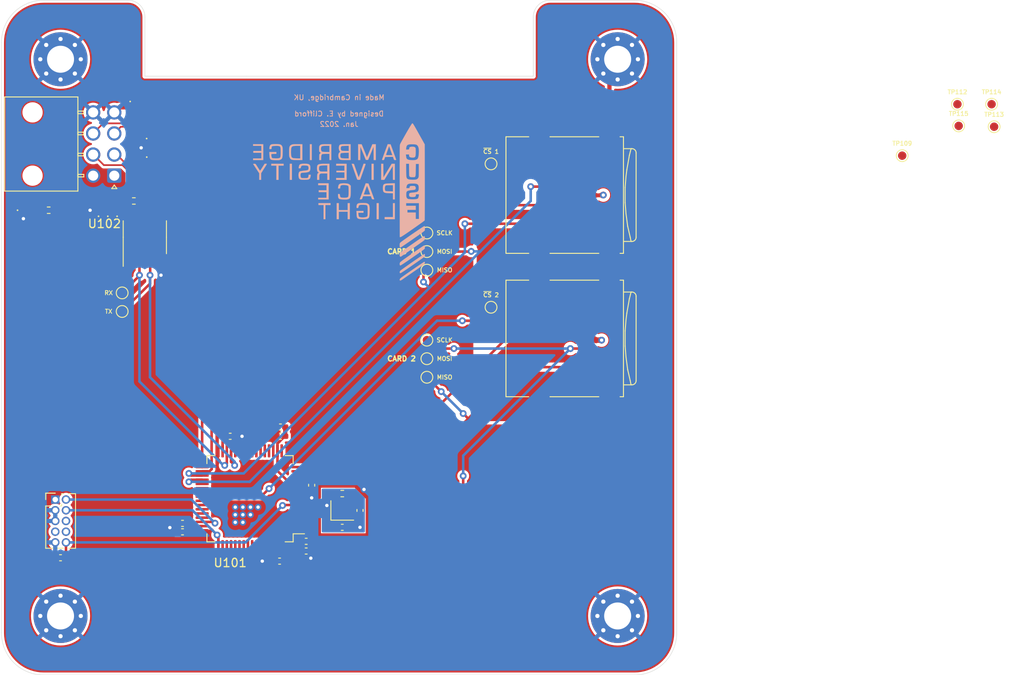
<source format=kicad_pcb>
(kicad_pcb (version 20211014) (generator pcbnew)
  (title_block (title "Lychee Flight Computer") (date "2021-12-31") (rev "1") (company "Cambridge University Spaceflight") (comment 1 "Drawn By H. Franks"))
  (layers (0 "F.Cu" signal) (1 "In1.Cu" power) (2 "In2.Cu" power) (31 "B.Cu" signal) (34 "B.Paste" user) (35 "F.Paste" user) (36 "B.SilkS" user "B.Silkscreen") (37 "F.SilkS" user "F.Silkscreen") (38 "B.Mask" user) (39 "F.Mask" user) (44 "Edge.Cuts" user))
  (net 0 "")
  (net 1 "3v3")
  (net 2 "GND")
  (net 3 "Net-(C108-Pad2)")
  (net 4 "/SD1_~{CS}")
  (net 5 "/NRST")
  (net 6 "Net-(C111-Pad2)")
  (net 7 "Net-(C112-Pad2)")
  (net 8 "/SD2_~{CS}")
  (net 9 "Net-(D101-Pad2)")
  (net 14 "/SPI3_MOSI")
  (net 15 "/SPI3_MISO")
  (net 16 "/SPI3_SCLK")
  (net 17 "/SWDCLK")
  (net 18 "/SWDIO")
  (net 21 "/SPI2_MOSI")
  (net 22 "/SPI2_MISO")
  (net 23 "/SPI2_SCLK")
  (net 25 "/USART3_RX")
  (net 26 "/USART3_TX")
  (net 34 "/BB_RX+")
  (net 35 "/BB_RX-")
  (net 36 "/BB_TX+")
  (net 37 "/BB_TX-")
  (net 47 "Net-(C109-Pad2)")
  (net 52 "Net-(R102-Pad2)")
  (footprint "Strix:C_0402" (layer "F.Cu") (at 175.7 164.2)
    (fp_text reference "C110")
    (fp_text value "100n")
  )
  (footprint "Strix:C_0402" (layer "F.Cu") (at 201.65 164.6)
    (fp_text reference "C104")
    (fp_text value "4µ7")
  )
  (footprint "Strix:D_0402" (layer "F.Cu") (at 181.3 122.45 90)
    (fp_text reference "D105")
    (fp_text value "D_ESD")
  )
  (footprint "Strix:TestPoint" (layer "F.Cu") (at 219.1 127.9)
    (fp_text reference "MOSI")
    (fp_text value "TestPoint")
  )
  (footprint "Strix:D_0402" (layer "F.Cu") (at 184.634994 114.5 180)
    (fp_text reference "D102")
    (fp_text value "D_ESD")
  )
  (footprint "Strix:D_0402" (layer "F.Cu") (at 180.2 122.45 90)
    (fp_text reference "D104")
    (fp_text value "D_ESD")
  )
  (footprint "Strix:TestPoint" (layer "F.Cu") (at 281.95 110.43)
    (fp_text reference "TP112")
    (fp_text value "TestPoint")
  )
  (footprint "Strix:STM32F405RGT6" (layer "F.Cu") (at 198.15 157.2 180)
    (fp_text reference "U101")
    (fp_text value "STM32F405RGT6")
  )
  (footprint "Strix:C_0402" (layer "F.Cu") (at 209.075 160.59125 180)
    (fp_text reference "C111")
    (fp_text value "10p")
  )
  (footprint "Strix:TestPoint" (layer "F.Cu") (at 219.1 142.8)
    (fp_text reference "MISO")
    (fp_text value "TestPoint")
  )
  (footprint "Strix:TestPoint" (layer "F.Cu") (at 286.3 113.1)
    (fp_text reference "TP113")
    (fp_text value "TestPoint")
  )
  (footprint "Strix:MountingHole_Pad" (layer "F.Cu") (at 241.7 171.1 90)
    (fp_text reference "H104" hide)
    (fp_text value "MountingHole_Pad")
  )
  (footprint "Strix:R_0402" (layer "F.Cu") (at 209.075 156.59125 180)
    (fp_text reference "R102")
    (fp_text value "100")
  )
  (footprint "Strix:TestPoint" (layer "F.Cu") (at 219.1 140.6)
    (fp_text reference "MOSI")
    (fp_text value "TestPoint")
  )
  (footprint "Strix:TestPoint" (layer "F.Cu") (at 275.41 116.53)
    (fp_text reference "TP109")
    (fp_text value "TestPoint")
  )
  (footprint "Connector_Card:microSD_HC_Wuerth_693072010801" (layer "F.Cu") (at 236.5775 121.2 -90)
    (fp_text reference "J101")
    (fp_text value "Micro_SD_Card")
  )
  (footprint "Strix:C_0402" (layer "F.Cu") (at 204.8 162.25 180)
    (fp_text reference "C102")
    (fp_text value "100n")
  )
  (footprint "Strix:TestPoint" (layer "F.Cu") (at 219.1 130.1)
    (fp_text reference "MISO")
    (fp_text value "TestPoint")
  )
  (footprint "Strix:C_0402" (layer "F.Cu") (at 195.8 149.8 180)
    (fp_text reference "C108")
    (fp_text value "2µ2")
  )
  (footprint "Strix:Molex_Nano-Fit_105314-1108" (layer "F.Cu") (at 182.065 118.9 180)
    (fp_text reference "J104")
    (fp_text value "F_COMPUTER")
  )
  (footprint "Strix:Header_SWD" (layer "F.Cu") (at 175.075 157.3)
    (fp_text reference "J103")
    (fp_text value "SWD")
  )
  (footprint "Strix:TestPoint" (layer "F.Cu") (at 226.7 117.5)
    (fp_text reference "~{CS} 1")
    (fp_text value "TestPoint")
  )
  (footprint "Strix:R_0402" (layer "F.Cu") (at 174.2975 123)
    (fp_text reference "R101")
    (fp_text value "50")
  )
  (footprint "Strix:MountingHole_Pad" (layer "F.Cu") (at 175.7 171.1 90)
    (fp_text reference "H101" hide)
    (fp_text value "MountingHole_Pad")
  )
  (footprint "Strix:MountingHole_Pad" (layer "F.Cu") (at 175.7 105.1 90)
    (fp_text reference "H102" hide)
    (fp_text value "MountingHole_Pad")
  )
  (footprint "Strix:Xtal_SMD_2016" (layer "F.Cu") (at 209.075 158.59125)
    (fp_text reference "Y101")
    (fp_text value "26M")
  )
  (footprint "Strix:C_0402" (layer "F.Cu") (at 190.15 161.125)
    (fp_text reference "C105")
    (fp_text value "100n")
  )
  (footprint "Strix:TestPoint" (layer "F.Cu") (at 219.1 125.7)
    (fp_text reference "SCLK")
    (fp_text value "TestPoint")
  )
  (footprint "Strix:TestPoint" (layer "F.Cu") (at 226.7 134.5)
    (fp_text reference "~{CS} 2")
    (fp_text value "TestPoint")
  )
  (footprint "Strix:TestPoint" (layer "F.Cu") (at 219.1 138.4)
    (fp_text reference "SCLK")
    (fp_text value "TestPoint")
  )
  (footprint "Strix:D_0402" (layer "F.Cu") (at 183.95 111.3725 -90)
    (fp_text reference "D107")
    (fp_text value "D_ESD")
  )
  (footprint "Strix:C_0402" (layer "F.Cu") (at 211.175 158.59125 90)
    (fp_text reference "C112")
    (fp_text value "10p")
  )
  (footprint "Strix:C_0402" (layer "F.Cu") (at 201.75 148.7 180)
    (fp_text reference "C107")
    (fp_text value "100n")
  )
  (footprint "Strix:D_0402" (layer "F.Cu") (at 182.4 122.45 90)
    (fp_text reference "D106")
    (fp_text value "D_ESD")
  )
  (footprint "Strix:MountingHole_Pad" (layer "F.Cu") (at 241.7 105.1 90)
    (fp_text reference "H103" hide)
    (fp_text value "MountingHole_Pad")
  )
  (footprint "Connector_Card:microSD_HC_Wuerth_693072010801" (layer "F.Cu") (at 236.5775 138.2 -90)
    (fp_text reference "J102")
    (fp_text value "Micro_SD_Card")
  )
  (footprint "Strix:R_0402" (layer "F.Cu") (at 184.384994 121.9)
    (fp_text reference "R103")
    (fp_text value "120")
  )
  (footprint "Strix:D_0402" (layer "F.Cu") (at 184.647471 116.7 180)
    (fp_text reference "D103")
    (fp_text value "D_ESD")
  )
  (footprint "Strix:TestPoint" (layer "F.Cu") (at 183 135)
    (fp_text reference "TX")
    (fp_text value "TestPoint")
  )
  (footprint "Strix:TestPoint" (layer "F.Cu") (at 282.1 113)
    (fp_text reference "TP115")
    (fp_text value "TestPoint")
  )
  (footprint "Strix:MAX14787E" (layer "F.Cu") (at 185.684994 126.2 90)
    (fp_text reference "U102")
    (fp_text value "MAX14787E")
  )
  (footprint "Strix:C_0402" (layer "F.Cu") (at 204.8 163.4 180)
    (fp_text reference "C106")
    (fp_text value "100n")
  )
  (footprint "Strix:TestPoint" (layer "F.Cu") (at 183 132.8)
    (fp_text reference "RX")
    (fp_text value "TestPoint")
  )
  (footprint "Strix:LED_0402" (layer "F.Cu") (at 171.87 123)
    (fp_text reference "D101")
    (fp_text value "RED")
  )
  (footprint "Strix:C_0402" (layer "F.Cu") (at 190.15 160.125)
    (fp_text reference "C109")
    (fp_text value "2µ2")
  )
  (footprint "Strix:C_0402" (layer "F.Cu") (at 201.75 149.8 180)
    (fp_text reference "C101")
    (fp_text value "1µ")
  )
  (footprint "Strix:TestPoint" (layer "F.Cu") (at 286 110.43)
    (fp_text reference "TP114")
    (fp_text value "TestPoint")
  )
  (footprint "Strix:C_0402" (layer "F.Cu") (at 205.45 155.6 90)
    (fp_text reference "C103")
    (fp_text value "100n")
  )
  (footprint "Strix:CUSF_Logo" (layer "B.Cu") (at 208.7 122 180)
    (fp_text reference "G***" hide)
    (fp_text value "LOGO" hide)
  )
  (gr_line (start 185.7 107.1) (end 185.7 100.1) (layer "Edge.Cuts") (width 0.05))
  (gr_line (start 231.7 107.1) (end 231.7 100.1) (layer "Edge.Cuts") (width 0.05))
  (gr_arc (start 243.7 98.1) (mid 247.235534 99.564466) (end 248.7 103.1) (layer "Edge.Cuts") (width 0.05))
  (gr_line (start 243.7 178.1) (end 173.7 178.1) (layer "Edge.Cuts") (width 0.05))
  (gr_arc (start 183.7 98.1) (mid 185.114214 98.685786) (end 185.7 100.1) (layer "Edge.Cuts") (width 0.05))
  (gr_arc (start 173.7 178.1) (mid 170.164466 176.635534) (end 168.7 173.1) (layer "Edge.Cuts") (width 0.05))
  (gr_line (start 231.7 107.1) (end 219.7 107.1) (layer "Edge.Cuts") (width 0.05))
  (gr_line (start 197.7 107.1) (end 185.7 107.1) (layer "Edge.Cuts") (width 0.05))
  (gr_line (start 168.7 173.1) (end 168.7 103.1) (layer "Edge.Cuts") (width 0.05))
  (gr_arc (start 231.7 100.1) (mid 232.285786 98.685786) (end 233.7 98.1) (layer "Edge.Cuts") (width 0.05))
  (gr_arc (start 248.7 173.1) (mid 247.235534 176.635534) (end 243.7 178.1) (layer "Edge.Cuts") (width 0.05))
  (gr_arc (start 168.7 103.1) (mid 170.164466 99.564466) (end 173.7 98.1) (layer "Edge.Cuts") (width 0.05))
  (gr_line (start 248.7 103.1) (end 248.7 173.1) (layer "Edge.Cuts") (width 0.05))
  (gr_line (start 197.7 107.1) (end 219.7 107.1) (layer "Edge.Cuts") (width 0.05))
  (gr_line (start 183.7 98.1) (end 173.7 98.1) (layer "Edge.Cuts") (width 0.05))
  (gr_line (start 233.7 98.1) (end 243.7 98.1) (layer "Edge.Cuts") (width 0.05))
  (gr_text "Made in Cambridge, UK\n\nDesigned by E. Clifford" (at 208.7 110.6) (layer "B.SilkS") (effects (font (size 0.6 0.6) (thickness 0.1)) (justify mirror)))
  (gr_text "Jan. 2022" (at 208.7 112.8) (layer "B.SilkS") (effects (font (size 0.6 0.6) (thickness 0.1)) (justify mirror)))
  (gr_text "CARD 1" (at 216.1 127.9) (layer "F.SilkS") (effects (font (size 0.6 0.6))))
  (gr_text "CARD 2" (at 216.1 140.6) (layer "F.SilkS") (effects (font (size 0.6 0.6))))
  (segment (start 239.7 138.3) (end 239.8 138.4) (width 0.3) (layer "F.Cu") (net 1))
  (segment (start 238.1275 121.3) (end 239.9 121.3) (width 0.3) (layer "F.Cu") (net 1))
  (segment (start 238.1275 138.3) (end 239.7 138.3) (width 0.3) (layer "F.Cu") (net 1))
  (segment (start 201.1825 149.8) (end 201.1825 148.7) (width 0.3) (layer "F.Cu") (net 1))
  (segment (start 201.0825 148.6) (end 201.1825 148.7) (width 0.3) (layer "F.Cu") (net 1))
  (segment (start 204.2325 162.25) (end 203.825 161.8425) (width 0.5) (layer "F.Cu") (net 1))
  (segment (start 201 148.5175) (end 201.1825 148.7) (width 0.3) (layer "F.Cu") (net 1))
  (segment (start 203.825 161.8425) (end 203.825 161.04952) (width 0.5) (layer "F.Cu") (net 1))
  (segment (start 200.9 151.525) (end 200.9 150.0825) (width 0.3) (layer "F.Cu") (net 1))
  (segment (start 200.9 150.0825) (end 201.1825 149.8) (width 0.3) (layer "F.Cu") (net 1))
  (segment (start 203.825 154.95) (end 205.3675 154.95) (width 0.3) (layer "F.Cu") (net 1))
  (segment (start 239.9 121.3) (end 240 121.2) (width 0.3) (layer "F.Cu") (net 1))
  (via (at 199.1 158.2) (size 0.8) (drill 0.4) (layers "F.Cu" "B.Cu") (net 1))
  (via (at 197.3 159.1) (size 0.8) (drill 0.4) (layers "F.Cu" "B.Cu") (net 1))
  (via (at 197.3 160) (size 0.8) (drill 0.4) (layers "F.Cu" "B.Cu") (net 1))
  (via (at 198.2 159.1) (size 0.8) (drill 0.4) (layers "F.Cu" "B.Cu") (net 1))
  (via (at 196.4 160) (size 0.8) (drill 0.4) (layers "F.Cu" "B.Cu") (net 1))
  (via (at 198.2 158.2) (size 0.8) (drill 0.4) (layers "F.Cu" "B.Cu") (net 1))
  (via (at 196.4 158.2) (size 0.8) (drill 0.4) (layers "F.Cu" "B.Cu") (net 1))
  (via (at 240 121.2) (size 0.8) (drill 0.4) (layers "F.Cu" "B.Cu") (net 1))
  (via (at 196.4 159.1) (size 0.8) (drill 0.4) (layers "F.Cu" "B.Cu") (net 1))
  (via (at 197.3 158.2) (size 0.8) (drill 0.4) (layers "F.Cu" "B.Cu") (net 1))
  (via (at 239.8 138.4) (size 0.8) (drill 0.4) (layers "F.Cu" "B.Cu") (net 1))
  (segment (start 202.3175 148.7) (end 202.3175 149.8) (width 0.5) (layer "F.Cu") (net 2))
  (segment (start 179.2225 123.0225) (end 180.2 123.0225) (width 0.5) (layer "F.Cu") (net 2))
  (segment (start 185.207494 115.557494) (end 185.25 115.6) (width 0.5) (layer "F.Cu") (net 2))
  (segment (start 175.075 164.1425) (end 175.1325 164.2) (width 0.3) (layer "F.Cu") (net 2))
  (segment (start 187.589994 128.665) (end 187.589994 130.689994) (width 0.5) (layer "F.Cu") (net 2))
  (segment (start 208.33375 158) (end 208.35 158.01625) (width 0.75) (layer "F.Cu") (net 2))
  (segment (start 189.15 161.125) (end 188.65 160.625) (width 0.5) (layer "F.Cu") (net 2))
  (segment (start 196.3675 149.8) (end 197.2 149.8) (width 0.75) (layer "F.Cu") (net 2))
  (segment (start 199.9 162.875) (end 199.9 163.750361) (width 0.3) (layer "F.Cu") (net 2))
  (segment (start 204.7325 155.45) (end 205.45 156.1675) (width 0.3) (layer "F.Cu") (net 2))
  (segment (start 175.075 162.38) (end 175.075 164.1425) (width 0.3) (layer "F.Cu") (net 2))
  (segment (start 202.263499 149.8) (end 202.3175 149.8) (width 0.3) (layer "F.Cu") (net 2))
  (segment (start 202.949639 155.45) (end 201.4 153.900361) (width 0.3) (layer "F.Cu") (net 2))
  (segment (start 201.4 151.525) (end 201.4 150.649639) (width 0.3) (layer "F.Cu") (net 2))
  (segment (start 240.7275 114.325) (end 240.7275 106.0725) (width 0.5) (layer "F.Cu") (net 2))
  (segment (start 209.8 160.43375) (end 209.6425 160.59125) (width 0.75) (layer "F.Cu") (net 2))
  (segment (start 201.603979 150.45952) (end 202.263499 149.8) (width 0.3) (layer "F.Cu") (net 2))
  (segment (start 199.9 163.750361) (end 200.749639 164.6) (width 0.3) (layer "F.Cu") (net 2))
  (segment (start 180.2 123.0225) (end 181.3 123.0225) (width 0.5) (layer "F.Cu") (net 2))
  (segment (start 201.4 164.2825) (end 201.0825 164.6) (width 0.3) (layer "F.Cu") (net 2))
  (segment (start 185.219971 116.7) (end 185.219971 115.630029) (width 0.5) (layer "F.Cu") (net 2))
  (segment (start 201.590119 150.45952) (end 201.603979 150.45952) (width 0.3) (layer "F.Cu") (net 2))
  (segment (start 189.15 160.125) (end 189.5825 160.125) (width 0.5) (layer "F.Cu") (net 2))
  (segment (start 201.4 153.900361) (end 201.4 151.525) (width 0.3) (layer "F.Cu") (net 2))
  (segment (start 181.3 123.0225) (end 182.4 123.0225) (width 0.5) (layer "F.Cu") (net 2))
  (segment (start 211.1675 159.16625) (end 211.175 159.15875) (width 0.75) (layer "F.Cu") (net 2))
  (segment (start 182.649994 110.8) (end 182.064994 111.385) (width 0.5) (layer "F.Cu") (net 2))
  (segment (start 205.3675 163.4) (end 205.3675 164.2325) (width 0.75) (layer "F.Cu") (net 2))
  (segment (start 188.65 160.625) (end 189.15 160.125) (width 0.5) (layer "F.Cu") (net 2))
  (segment (start 207.25 158) (end 208.33375 158) (width 0.75) (layer "F.Cu") (net 2))
  (segment (start 205.3675 162.25) (end 205.3675 163.4) (width 0.75) (layer "F.Cu") (net 2))
  (segment (start 185.207494 114.5) (end 185.207494 115.557494) (width 0.5) (layer "F.Cu") (net 2))
  (segment (start 205.3675 164.2325) (end 205.35 164.25) (width 0.75) (layer "F.Cu") (net 2))
  (segment (start 209.8 159.16625) (end 209.8 160.43375) (width 0.75) (layer "F.Cu") (net 2))
  (segment (start 205.45 156.1675) (end 205.45 157.1) (width 0.3) (layer "F.Cu") (net 2))
  (segment (start 209.8 159.16625) (end 211.1675 159.16625) (width 0.75) (layer "F.Cu") (net 2))
  (segment (start 203.825 155.45) (end 204.7325 155.45) (width 0.3) (layer "F.Cu") (net 2))
  (segment (start 200.749639 164.6) (end 201.0825 164.6) (width 0.3) (layer "F.Cu") (net 2))
  (segment (start 171.2975 123.9975) (end 171.3 124) (width 0.3) (layer "F.Cu") (net 2))
  (segment (start 187.589994 130.689994) (end 187.6 130.7) (width 0.5) (layer "F.Cu") (net 2))
  (segment (start 189.5825 161.125) (end 189.15 161.125) (width 0.5) (layer "F.Cu") (net 2))
  (segment (start 201.4 162.875) (end 201.4 164.2825) (width 0.3) (layer "F.Cu") (net 2))
  (segment (start 185.219971 115.630029) (end 185.25 115.6) (width 0.5) (layer "F.Cu") (net 2))
  (segment (start 171.2975 123) (end 171.2975 123.9975) (width 0.3) (layer "F.Cu") (net 2))
  (segment (start 183.95 110.8) (end 182.649994 110.8) (width 0.5) (layer "F.Cu") (net 2))
  (segment (start 240.7275 106.0725) (end 241.7 105.1) (width 0.5) (layer "F.Cu") (net 2))
  (segment (start 179.2 123) (end 179.2225 123.0225) (width 0.5) (layer "F.Cu") (net 2))
  (segment (start 203.825 155.45) (end 202.949639 155.45) (width 0.3) (layer "F.Cu") (net 2))
  (segment (start 211.175 159.15875) (end 211.175 160.59125) (width 0.75) (layer "F.Cu") (net 2))
  (segment (start 201.0825 164.6) (end 199.6 164.6) (width 0.5) (layer "F.Cu") (net 2))
  (segment (start 201.4 150.649639) (end 201.590119 150.45952) (width 0.3) (layer "F.Cu") (net 2))
  (segment (start 209.6425 160.59125) (end 211.175 160.59125) (width 0.75) (layer "F.Cu") (net 2))
  (via (at 205.45 157.1) (size 0.8) (drill 0.4) (layers "F.Cu" "B.Cu") (net 2))
  (via (at 188.65 160.625) (size 0.8) (drill 0.4) (layers "F.Cu" "B.Cu") (net 2))
  (via (at 205.35 164.25) (size 0.8) (drill 0.4) (layers "F.Cu" "B.Cu") (net 2))
  (via (at 207.25 158) (size 0.8) (drill 0.4) (layers "F.Cu" "B.Cu") (net 2))
  (via (at 211.175 160.59125) (size 0.8) (drill 0.4) (layers "F.Cu" "B.Cu") (net 2))
  (via (at 185.25 115.6) (size 0.8) (drill 0.4) (layers "F.Cu" "B.Cu") (net 2))
  (via (at 187.6 130.7) (size 0.8) (drill 0.4) (layers "F.Cu" "B.Cu") (net 2))
  (via (at 197.2 149.8) (size 0.8) (drill 0.4) (layers "F.Cu" "B.Cu") (net 2))
  (via (at 199.6 164.6) (size 0.8) (drill 0.4) (layers "F.Cu" "B.Cu") (net 2))
  (via (at 211.65 156.1) (size 0.8) (drill 0.4) (layers "F.Cu" "B.Cu") (net 2))
  (via (at 171.3 124) (size 0.8) (drill 0.4) (layers "F.Cu" "B.Cu") (net 2))
  (via (at 179.2 123) (size 0.8) (drill 0.4) (layers "F.Cu" "B.Cu") (net 2))
  (segment (start 194.9 150.1325) (end 195.2325 149.8) (width 0.3) (layer "F.Cu") (net 3))
  (segment (start 194.9 151.525) (end 194.9 150.1325) (width 0.3) (layer "F.Cu") (net 3))
  (segment (start 238.1275 119.1) (end 226.7 119.1) (width 0.3) (layer "F.Cu") (net 4))
  (segment (start 215.9 119.1) (end 192.475 142.525) (width 0.3) (layer "F.Cu") (net 4))
  (segment (start 226.7 117.5) (end 226.7 119.1) (width 0.3) (layer "F.Cu") (net 4))
  (segment (start 192.475 142.525) (end 192.475 153.45) (width 0.3) (layer "F.Cu") (net 4))
  (segment (start 226.7 119.1) (end 215.9 119.1) (width 0.3) (layer "F.Cu") (net 4))
  (segment (start 202 158) (end 202.05 157.95) (width 0.3) (layer "F.Cu") (net 5))
  (segment (start 202.05 157.95) (end 203.825 157.95) (width 0.3) (layer "F.Cu") (net 5))
  (segment (start 176.345 164.1225) (end 176.2675 164.2) (width 0.3) (layer "F.Cu") (net 5))
  (segment (start 176.345 162.38) (end 176.345 164.1225) (width 0.3) (layer "F.Cu") (net 5))
  (via (at 202 158) (size 0.8) (drill 0.4) (layers "F.Cu" "B.Cu") (net 5))
  (segment (start 176.37 162.38) (end 197.62 162.38) (width 0.3) (layer "B.Cu") (net 5))
  (segment (start 197.62 162.38) (end 202 158) (width 0.3) (layer "B.Cu") (net 5))
  (segment (start 208.221618 159.037868) (end 208.35 159.16625) (width 0.3) (layer "F.Cu") (net 6))
  (segment (start 208.5075 159.32375) (end 208.35 159.16625) (width 0.3) (layer "F.Cu") (net 6))
  (segment (start 203.825 158.95) (end 208.009486 158.95) (width 0.3) (layer "F.Cu") (net 6))
  (segment (start 208.5075 160.59125) (end 208.5075 159.32375) (width 0.3) (layer "F.Cu") (net 6))
  (arc (start 208.221618 159.037868) (mid 208.124291 158.972836) (end 208.009486 158.95) (width 0.3) (layer "F.Cu") (net 6))
  (segment (start 211.175 158.02375) (end 209.8075 158.02375) (width 0.3) (layer "F.Cu") (net 7))
  (segment (start 209.8 156.71875) (end 209.6725 156.59125) (width 0.3) (layer "F.Cu") (net 7))
  (segment (start 209.8 158.01625) (end 209.8 156.71875) (width 0.3) (layer "F.Cu") (net 7))
  (segment (start 209.8075 158.02375) (end 209.8 158.01625) (width 0.3) (layer "F.Cu") (net 7))
  (segment (start 223.3 136.1) (end 226.7 136.1) (width 0.3) (layer "F.Cu") (net 8))
  (segment (start 226.7 134.5) (end 226.7 136.1) (width 0.3) (layer "F.Cu") (net 8))
  (segment (start 199.45 156.95) (end 200.4 156) (width 0.3) (layer "F.Cu") (net 8))
  (segment (start 226.7 136.1) (end 238.1275 136.1) (width 0.3) (layer "F.Cu") (net 8))
  (segment (start 192.475 156.95) (end 196.1495 156.95) (width 0.3) (layer "F.Cu") (net 8))
  (segment (start 196.1495 156.95) (end 199.45 156.95) (width 0.3) (layer "F.Cu") (net 8))
  (via (at 200.4 156) (size 0.8) (drill 0.4) (layers "F.Cu" "B.Cu") (net 8))
  (via (at 223.3 136.1) (size 0.8) (drill 0.4) (layers "F.Cu" "B.Cu") (net 8))
  (segment (start 223.3 136.1) (end 220.3 136.1) (width 0.3) (layer "B.Cu") (net 8))
  (segment (start 220.3 136.1) (end 200.4 156) (width 0.3) (layer "B.Cu") (net 8))
  (segment (start 173.7 123) (end 172.4425 123) (width 0.3) (layer "F.Cu") (net 9))
  (segment (start 215.8 160.2) (end 215.8 150.9) (width 0.3) (layer "F.Cu") (net 14))
  (segment (start 219.1 140.6) (end 222.6 140.6) (width 0.3) (layer "F.Cu") (net 14))
  (segment (start 224.35 142.35) (end 229.5 137.2) (width 0.3) (layer "F.Cu") (net 14))
  (segment (start 215.8 150.9) (end 224.35 142.35) (width 0.3) (layer "F.Cu") (net 14))
  (segment (start 198.263816 165.95096) (end 210.04904 165.95096) (width 0.3) (layer "F.Cu") (net 14))
  (segment (start 196.4 164.087144) (end 198.263816 165.95096) (width 0.3) (layer "F.Cu") (net 14))
  (segment (start 229.5 137.2) (end 238.1275 137.2) (width 0.3) (layer "F.Cu") (net 14))
  (segment (start 210.04904 165.95096) (end 215.8 160.2) (width 0.3) (layer "F.Cu") (net 14))
  (segment (start 222.6 140.6) (end 224.35 142.35) (width 0.3) (layer "F.Cu") (net 14))
  (segment (start 196.4 162.875) (end 196.4 164.087144) (width 0.3) (layer "F.Cu") (net 14))
  (segment (start 213.8 167.2) (end 197.5 167.2) (width 0.3) (layer "F.Cu") (net 15))
  (segment (start 223.4 147.1) (end 224 147.7) (width 0.3) (layer "F.Cu") (net 15))
  (segment (start 195.9 165.6) (end 195.9 162.875) (width 0.3) (layer "F.Cu") (net 15))
  (segment (start 219.6 161.4) (end 213.8 167.2) (width 0.3) (layer "F.Cu") (net 15))
  (segment (start 224.2 147.5) (end 219.6 152.1) (width 0.3) (layer "F.Cu") (net 15))
  (segment (start 197.5 167.2) (end 195.9 165.6) (width 0.3) (layer "F.Cu") (net 15))
  (segment (start 230.1 141.6) (end 224.2 147.5) (width 0.3) (layer "F.Cu") (net 15))
  (segment (start 219.6 152.1) (end 219.6 161.4) (width 0.3) (layer "F.Cu") (net 15))
  (segment (start 238.1275 141.6) (end 230.1 141.6) (width 0.3) (layer "F.Cu") (net 15))
  (segment (start 220.8 144.5) (end 219.1 142.8) (width 0.3) (layer "F.Cu") (net 15))
  (via (at 223.4 147.1) (size 0.8) (drill 0.4) (layers "F.Cu" "B.Cu") (net 15))
  (via (at 220.8 144.5) (size 0.8) (drill 0.4) (layers "F.Cu" "B.Cu") (net 15))
  (segment (start 223.4 147.1) (end 220.8 144.5) (width 0.3) (layer "B.Cu") (net 15))
  (segment (start 219.1 138.4) (end 220.1 139.4) (width 0.3) (layer "F.Cu") (net 16))
  (segment (start 220.1 139.4) (end 222.3 139.4) (width 0.3) (layer "F.Cu") (net 16))
  (segment (start 236.1 139.4) (end 238.1275 139.4) (width 0.3) (layer "F.Cu") (net 16))
  (segment (start 223.4 154.5) (end 223.4 162.4) (width 0.3) (layer "F.Cu") (net 16))
  (segment (start 195.4 167.1) (end 195.4 162.875) (width 0.3) (layer "F.Cu") (net 16))
  (segment (start 217.4 168.4) (end 196.7 168.4) (width 0.3) (layer "F.Cu") (net 16))
  (segment (start 196.7 168.4) (end 195.4 167.1) (width 0.3) (layer "F.Cu") (net 16))
  (segment (start 223.4 162.4) (end 217.4 168.4) (width 0.3) (layer "F.Cu") (net 16))
  (via (at 222.3 139.4) (size 0.8) (drill 0.4) (layers "F.Cu" "B.Cu") (net 16))
  (via (at 223.4 154.5) (size 0.8) (drill 0.4) (layers "F.Cu" "B.Cu") (net 16))
  (via (at 236.1 139.4) (size 0.8) (drill 0.4) (layers "F.Cu" "B.Cu") (net 16))
  (segment (start 222.3 139.4) (end 236.1 139.4) (width 0.3) (layer "B.Cu") (net 16))
  (segment (start 223.4 154.5) (end 223.4 152.1) (width 0.3) (layer "B.Cu") (net 16))
  (segment (start 223.4 152.1) (end 236.1 139.4) (width 0.3) (layer "B.Cu") (net 16))
  (segment (start 194.4 162.875) (end 194.4 161.65) (width 0.3) (layer "F.Cu") (net 17))
  (segment (start 194.4 161.65) (end 194.25 161.5) (width 0.3) (layer "F.Cu") (net 17))
  (via (at 194.25 161.5) (size 0.8) (drill 0.4) (layers "F.Cu" "B.Cu") (net 17))
  (segment (start 191.32 158.57) (end 194.25 161.5) (width 0.3) (layer "B.Cu") (net 17))
  (segment (start 176.37 158.57) (end 191.32 158.57) (width 0.3) (layer "B.Cu") (net 17))
  (segment (start 193.85 159.95) (end 192.475 159.95) (width 0.3) (layer "F.Cu") (net 18))
  (segment (start 194 160.1) (end 193.85 159.95) (width 0.3) (layer "F.Cu") (net 18))
  (via (at 194 160.1) (size 0.8) (drill 0.4) (layers "F.Cu" "B.Cu") (net 18))
  (segment (start 194 160.1) (end 191.2 157.3) (width 0.3) (layer "B.Cu") (net 18))
  (segment (start 191.2 157.3) (end 176.37 157.3) (width 0.3) (layer "B.Cu") (net 18))
  (segment (start 192.475 154.95) (end 191.149503 154.95) (width 0.3) (layer "F.Cu") (net 21))
  (segment (start 231.4 120.2) (end 238.1275 120.2) (width 0.3) (layer "F.Cu") (net 21))
  (segment (start 224.326283 127.9) (end 219.1 127.9) (width 0.3) (layer "F.Cu") (net 21))
  (segment (start 191.149503 154.95) (end 190.9 155.199503) (width 0.3) (layer "F.Cu") (net 21))
  (segment (start 224.3495 127.876783) (end 224.326283 127.9) (width 0.3) (layer "F.Cu") (net 21))
  (via (at 224.3495 127.876783) (size 0.8) (drill 0.4) (layers "F.Cu" "B.Cu") (net 21))
  (via (at 231.4 120.2) (size 0.8) (drill 0.4) (layers "F.Cu" "B.Cu") (net 21))
  (via (at 190.9 155.199503) (size 0.8) (drill 0.4) (layers "F.Cu" "B.Cu") (net 21))
  (segment (start 198.108216 155.191784) (end 225.45 127.85) (width 0.3) (layer "B.Cu") (net 21))
  (segment (start 231.4 121.9) (end 231.4 120.2) (width 0.3) (layer "B.Cu") (net 21))
  (segment (start 190.9 155.199503) (end 190.907719 155.191784) (width 0.3) (layer "B.Cu") (net 21))
  (segment (start 224.3495 127.876783) (end 225.423217 127.876783) (width 0.3) (layer "B.Cu") (net 21))
  (segment (start 190.907719 155.191784) (end 198.108216 155.191784) (width 0.3) (layer "B.Cu") (net 21))
  (segment (start 225.423217 127.876783) (end 225.45 127.85) (width 0.3) (layer "B.Cu") (net 21))
  (segment (start 225.45 127.85) (end 231.4 121.9) (width 0.3) (layer "B.Cu") (net 21))
  (segment (start 191.15 154.45) (end 190.9 154.2) (width 0.3) (layer "F.Cu") (net 22))
  (segment (start 218.7 130.5) (end 219.1 130.1) (width 0.3) (layer "F.Cu") (net 22))
  (segment (start 192.475 154.45) (end 191.15 154.45) (width 0.3) (layer "F.Cu") (net 22))
  (segment (start 218.7 131.5) (end 218.7 130.5) (width 0.3) (layer "F.Cu") (net 22))
  (segment (start 223.6 124.6) (end 238.1275 124.6) (width 0.3) (layer "F.Cu") (net 22))
  (via (at 223.6 124.6) (size 0.8) (drill 0.4) (layers "F.Cu" "B.Cu") (net 22))
  (via (at 218.7 131.5) (size 0.8) (drill 0.4) (layers "F.Cu" "B.Cu") (net 22))
  (via (at 190.9 154.2) (size 0.8) (drill 0.4) (layers "F.Cu" "B.Cu") (net 22))
  (segment (start 219.85 131.75) (end 223.6 128) (width 0.3) (layer "B.Cu") (net 22))
  (segment (start 223.6 128) (end 223.6 124.6) (width 0.3) (layer "B.Cu") (net 22))
  (segment (start 197.4 154.2) (end 219.05 132.55) (width 0.3) (layer "B.Cu") (net 22))
  (segment (start 190.9 154.2) (end 197.4 154.2) (width 0.3) (layer "B.Cu") (net 22))
  (segment (start 218.7 131.5) (end 219.4 132.2) (width 0.3) (layer "B.Cu") (net 22))
  (segment (start 219.05 132.55) (end 219.85 131.75) (width 0.3) (layer "B.Cu") (net 22))
  (segment (start 219.1 125.7) (end 216.7 123.3) (width 0.3) (layer "F.Cu") (net 23))
  (segment (start 193.59952 146.40048) (end 216.25 123.75) (width 0.3) (layer "F.Cu") (net 23))
  (segment (start 192.475 153.95) (end 193.350361 153.95) (width 0.3) (layer "F.Cu") (net 23))
  (segment (start 217.6 122.4) (end 238.1275 122.4) (width 0.3) (layer "F.Cu") (net 23))
  (segment (start 216.25 123.75) (end 216.7 123.3) (width 0.3) (layer "F.Cu") (net 23))
  (segment (start 193.59952 153.700841) (end 193.59952 146.40048) (width 0.3) (layer "F.Cu") (net 23))
  (segment (start 193.350361 153.95) (end 193.59952 153.700841) (width 0.3) (layer "F.Cu") (net 23))
  (segment (start 216.7 123.3) (end 217.6 122.4) (width 0.3) (layer "F.Cu") (net 23))
  (segment (start 195.4 152.9995) (end 195.1495 153.25) (width 0.3) (layer "F.Cu") (net 25))
  (segment (start 185.05 130.75) (end 183 132.8) (width 0.3) (layer "F.Cu") (net 25))
  (segment (start 185.05 130.7) (end 185.049994 130.699994) (width 0.3) (layer "F.Cu") (net 25))
  (segment (start 185.05 130.7) (end 185.05 130.75) (width 0.3) (layer "F.Cu") (net 25))
  (segment (start 195.4 151.525) (end 195.4 152.9995) (width 0.3) (layer "F.Cu") (net 25))
  (segment (start 185.049994 130.699994) (end 185.049994 128.665) (width 0.3) (layer "F.Cu") (net 25))
  (via (at 185.05 130.7) (size 0.8) (drill 0.4) (layers "F.Cu" "B.Cu") (net 25))
  (via (at 195.1495 153.25) (size 0.8) (drill 0.4) (layers "F.Cu" "B.Cu") (net 25))
  (segment (start 185.05 130.7) (end 185.05 143.3) (width 0.3) (layer "B.Cu") (net 25))
  (segment (start 195 153.25) (end 195.1495 153.25) (width 0.3) (layer "B.Cu") (net 25))
  (segment (start 185.05 143.3) (end 195 153.25) (width 0.3) (layer "B.Cu") (net 25))
  (segment (start 196.327943 153.25) (end 195.9 152.822057) (width 0.3) (layer "F.Cu") (net 26))
  (segment (start 186.3 131.7) (end 186.3 130.7) (width 0.3) (layer "F.Cu") (net 26))
  (segment (start 186.3 130.7) (end 186.319994 130.680006) (width 0.3) (layer "F.Cu") (net 26))
  (segment (start 195.9 152.822057) (end 195.9 151.525) (width 0.3) (layer "F.Cu") (net 26))
  (segment (start 186.319994 130.680006) (end 186.319994 128.665) (width 0.3) (layer "F.Cu") (net 26))
  (segment (start 183 135) (end 186.3 131.7) (width 0.3) (layer "F.Cu") (net 26))
  (via (at 196.327943 153.25) (size 0.8) (drill 0.4) (layers "F.Cu" "B.Cu") (net 26))
  (via (at 186.3 130.7) (size 0.8) (drill 0.4) (layers "F.Cu" "B.Cu") (net 26))
  (segment (start 186.3 142.8) (end 196.327943 152.827943) (width 0.3) (layer "B.Cu") (net 26))
  (segment (start 186.3 130.7) (end 186.3 142.8) (width 0.3) (layer "B.Cu") (net 26))
  (segment (start 196.327943 152.827943) (end 196.327943 153.25) (width 0.3) (layer "B.Cu") (net 26))
  (segment (start 183.787494 118.4025) (end 183.787494 121.9) (width 0.2) (layer "F.Cu") (net 34))
  (segment (start 182.4225 121.9) (end 182.4 121.8775) (width 0.2) (layer "F.Cu") (net 34))
  (segment (start 179.564994 116.385) (end 180.829994 117.65) (width 0.2) (layer "F.Cu") (net 34))
  (segment (start 183.779994 123.735) (end 183.779994 121.9075) (width 0.2) (layer "F.Cu") (net 34))
  (segment (start 183.779994 121.9075) (end 183.787494 121.9) (width 0.2) (layer "F.Cu") (net 34))
  (segment (start 180.829994 117.65) (end 183.034994 117.65) (width 0.2) (layer "F.Cu") (net 34))
  (segment (start 183.787494 121.9) (end 182.4225 121.9) (width 0.2) (layer "F.Cu") (net 34))
  (segment (start 183.034994 117.65) (end 183.787494 118.4025) (width 0.2) (layer "F.Cu") (net 34))
  (segment (start 184.481517 120.647988) (end 184.481517 120.747012) (width 0.2) (layer "F.Cu") (net 35))
  (segment (start 182.064994 116.385) (end 182.335 116.385) (width 0.2) (layer "F.Cu") (net 35))
  (segment (start 185.049994 121.9675) (end 184.982494 121.9) (width 0.2) (layer "F.Cu") (net 35))
  (segment (start 184.982494 119.032494) (end 184.982494 119.4975) (width 0.2) (layer "F.Cu") (net 35))
  (segment (start 184.982494 121.873261) (end 184.982494 121.9) (width 0.2) (layer "F.Cu") (net 35))
  (segment (start 184.074971 118.110023) (end 184.067497 118.117497) (width 0.2) (layer "F.Cu") (net 35))
  (segment (start 184.067497 118.117497) (end 184.982494 119.032494) (width 0.2) (layer "F.Cu") (net 35))
  (segment (start 185.433471 120.3975) (end 184.732005 120.3975) (width 0.2) (layer "F.Cu") (net 35))
  (segment (start 182.335 116.385) (end 184.067497 118.117497) (width 0.2) (layer "F.Cu") (net 35))
  (segment (start 184.074971 116.7) (end 184.074971 118.110023) (width 0.2) (layer "F.Cu") (net 35))
  (segment (start 185.049994 123.735) (end 185.049994 121.9675) (width 0.2) (layer "F.Cu") (net 35))
  (segment (start 184.732005 120.9975) (end 184.732006 120.9975) (width 0.2) (layer "F.Cu") (net 35))
  (segment (start 185.282494 119.7975) (end 185.433471 119.7975) (width 0.2) (layer "F.Cu") (net 35))
  (segment (start 184.982494 121.247988) (end 184.982494 121.873261) (width 0.2) (layer "F.Cu") (net 35))
  (arc (start 184.732005 120.3975) (mid 184.554883 120.470866) (end 184.481517 120.647988) (width 0.2) (layer "F.Cu") (net 35))
  (arc (start 185.733471 120.0975) (mid 185.645603 120.309632) (end 185.433471 120.3975) (width 0.2) (layer "F.Cu") (net 35))
  (arc (start 184.481517 120.747012) (mid 184.554883 120.924134) (end 184.732005 120.9975) (width 0.2) (layer "F.Cu") (net 35))
  (arc (start 184.982494 119.4975) (mid 185.070362 119.709632) (end 185.282494 119.7975) (width 0.2) (layer "F.Cu") (net 35))
  (arc (start 184.732006 120.9975) (mid 184.909128 121.070866) (end 184.982494 121.247988) (width 0.2) (layer "F.Cu") (net 35))
  (arc (start 185.433471 119.7975) (mid 185.645603 119.885368) (end 185.733471 120.0975) (width 0.2) (layer "F.Cu") (net 35))
  (segment (start 185.35 112.7) (end 184.35 112.7) (width 0.2) (layer "F.Cu") (net 36))
  (segment (start 188.154994 123.17) (end 188.154994 115.504994) (width 0.2) (layer "F.Cu") (net 36))
  (segment (start 183.95 112.3) (end 184.35 112.7) (width 0.2) (layer "F.Cu") (net 36))
  (segment (start 184.35 112.7) (end 180.749994 112.7) (width 0.2) (layer "F.Cu") (net 36))
  (segment (start 183.95 111.945) (end 183.95 112.3) (width 0.2) (layer "F.Cu") (net 36))
  (segment (start 187.589994 123.735) (end 188.154994 123.17) (width 0.2) (layer "F.Cu") (net 36))
  (segment (start 180.749994 112.7) (end 179.564994 113.885) (width 0.2) (layer "F.Cu") (net 36))
  (segment (start 188.154994 115.504994) (end 185.35 112.7) (width 0.2) (layer "F.Cu") (net 36))
  (segment (start 186.219812 121.665006) (end 186.584994 121.665006) (width 0.2) (layer "F.Cu") (net 37))
  (segment (start 187.400176 121.065006) (end 186.219812 121.065006) (width 0.2) (layer "F.Cu") (net 37))
  (segment (start 184.062494 114.5) (end 184.062494 113.77654) (width 0.2) (layer "F.Cu") (net 37))
  (segment (start 186.469812 120.465006) (end 187.400176 120.465006) (width 0.2) (layer "F.Cu") (net 37))
  (segment (start 186.884994 114.8) (end 186.884994 118.965006) (width 0.2) (layer "F.Cu") (net 37))
  (segment (start 183.385474 113.09952) (end 185.184514 113.09952) (width 0.2) (layer "F.Cu") (net 37))
  (segment (start 182.064994 113.885) (end 182.850474 113.09952) (width 0.2) (layer "F.Cu") (net 37))
  (segment (start 186.884994 123.17) (end 186.884994 121.965006) (width 0.2) (layer "F.Cu") (net 37))
  (segment (start 187.400176 119.865006) (end 186.469812 119.865006) (width 0.2) (layer "F.Cu") (net 37))
  (segment (start 185.184514 113.09952) (end 186.884994 114.8) (width 0.2) (layer "F.Cu") (net 37))
  (segment (start 184.062494 113.77654) (end 183.385474 113.09952) (width 0.2) (layer "F.Cu") (net 37))
  (segment (start 187.184994 119.265006) (end 187.400176 119.265006) (width 0.2) (layer "F.Cu") (net 37))
  (segment (start 186.884994 123.17) (end 186.319994 123.735) (width 0.2) (layer "F.Cu") (net 37))
  (segment (start 182.850474 113.09952) (end 183.385474 113.09952) (width 0.2) (layer "F.Cu") (net 37))
  (arc (start 186.584994 121.665006) (mid 186.797126 121.752874) (end 186.884994 121.965006) (width 0.2) (layer "F.Cu") (net 37))
  (arc (start 186.169812 120.165006) (mid 186.25768 120.377138) (end 186.469812 120.465006) (width 0.2) (layer "F.Cu") (net 37))
  (arc (start 185.919812 121.365006) (mid 186.00768 121.577138) (end 186.219812 121.665006) (width 0.2) (layer "F.Cu") (net 37))
  (arc (start 187.700176 119.565006) (mid 187.612308 119.777138) (end 187.400176 119.865006) (width 0.2) (layer "F.Cu") (net 37))
  (arc (start 186.469812 119.865006) (mid 186.25768 119.952874) (end 186.169812 120.165006) (width 0.2) (layer "F.Cu") (net 37))
  (arc (start 187.400176 119.265006) (mid 187.612308 119.352874) (end 187.700176 119.565006) (width 0.2) (layer "F.Cu") (net 37))
  (arc (start 186.884994 118.965006) (mid 186.972862 119.177138) (end 187.184994 119.265006) (width 0.2) (layer "F.Cu") (net 37))
  (arc (start 187.400176 120.465006) (mid 187.612308 120.552874) (end 187.700176 120.765006) (width 0.2) (layer "F.Cu") (net 37))
  (arc (start 186.219812 121.065006) (mid 186.00768 121.152874) (end 185.919812 121.365006) (width 0.2) (layer "F.Cu") (net 37))
  (arc (start 187.700176 120.765006) (mid 187.612308 120.977138) (end 187.400176 121.065006) (width 0.2) (layer "F.Cu") (net 37))
  (segment (start 191.0425 160.45) (end 190.7175 160.125) (width 0.3) (layer "F.Cu") (net 47))
  (segment (start 192.475 160.45) (end 191.0425 160.45) (width 0.3) (layer "F.Cu") (net 47))
  (segment (start 206.175736 158.45) (end 203.825 158.45) (width 0.3) (layer "F.Cu") (net 52))
  (segment (start 207.500912 156.679118) (end 206.588357 157.591673) (width 0.3) (layer "F.Cu") (net 52))
  (segment (start 208.4775 156.59125) (end 207.713044 156.59125) (width 0.3) (layer "F.Cu") (net 52))
  (segment (start 206.500489 157.803805) (end 206.500489 158.125247) (width 0.3) (layer "F.Cu") (net 52))
  (segment (start 206.412621 158.337379) (end 206.387868 158.362132) (width 0.3) (layer "F.Cu") (net 52))
  (arc (start 206.588357 157.591673) (mid 206.523325 157.689) (end 206.500489 157.803805) (width 0.3) (layer "F.Cu") (net 52))
  (arc (start 206.387868 158.362132) (mid 206.290541 158.427164) (end 206.175736 158.45) (width 0.3) (layer "F.Cu") (net 52))
  (arc (start 206.500489 158.125247) (mid 206.477653 158.240052) (end 206.412621 158.337379) (width 0.3) (layer "F.Cu") (net 52))
  (arc (start 207.500912 156.679118) (mid 207.598239 156.614086) (end 207.713044 156.59125) (width 0.3) (layer "F.Cu") (net 52))
  (zone (net 2) (net_name "GND") (layer "F.Cu") (priority 1) (connect_pads yes (clearance 0.4)) (min_thickness 0.254) (fill yes (thermal_gap 0.508) (thermal_bridge_width 0.508))
    (polygon (pts (xy 245 148) (xy 225 148) (xy 225 112) (xy 245 112)))
  )
  (zone (net 0) (net_name "") (layer "F.Cu") (name "Xtal") (connect_pads (clearance 0)) (min_thickness 0.254)
    (keepout (tracks allowed) (vias allowed) (pads allowed) (copperpour not_allowed) (footprints allowed))
    (fill (thermal_gap 0.508) (thermal_bridge_width 0.508))
    (polygon (pts (xy 206.55 161.3) (xy 206.55 155.9) (xy 210.55 155.9) (xy 211.85 157.2) (xy 211.85 161.3)))
  )
  (zone (net 2) (net_name "GND") (layer "F.Cu") (name "Xtal") (priority 1) (connect_pads yes (clearance 0)) (min_thickness 0.254) (fill yes (thermal_gap 0.508) (thermal_bridge_width 0.508))
    (polygon (pts (xy 206.15 161.7) (xy 206.15 155.5) (xy 212.25 155.5) (xy 212.25 161.7)))
  )
  (zone (net 1) (net_name "3v3") (layer "F.Cu") (connect_pads yes (clearance 0.3)) (min_thickness 0.254) (fill yes (thermal_gap 0.508) (thermal_bridge_width 0.508))
    (polygon (pts (xy 248.7 98.1) (xy 248.7 178.1) (xy 168.7 178.1) (xy 168.7 98.1)))
  )
  (zone (net 2) (net_name "GND") (layer "B.Cu") (connect_pads (clearance 0.508)) (min_thickness 0.254) (fill yes (thermal_gap 0.508) (thermal_bridge_width 0.508))
    (polygon (pts (xy 248.7 98.1) (xy 248.7 178.1) (xy 168.7 178.1) (xy 168.7 98.1)))
  )
  (zone (net 0) (net_name "") (layers "In1.Cu" "B.Cu") (connect_pads yes (clearance 0)) (min_thickness 0.254)
    (keepout (tracks not_allowed) (vias allowed) (pads not_allowed) (copperpour not_allowed) (footprints not_allowed))
    (fill (thermal_gap 0.508) (thermal_bridge_width 0.508) (island_removal_mode 1) (island_area_min 0))
    (polygon (pts (xy 206.25 161.6) (xy 206.25 159.5) (xy 206.65 159.5) (xy 206.65 161.2) (xy 211.75 161.2) (xy 211.75 157.1) (xy 210.65 156) (xy 206.65 156) (xy 206.65 157.2) (xy 206.25 157.2) (xy 206.25 155.6) (xy 210.85 155.6) (xy 211.15 155.9) (xy 211.85 156.6) (xy 212.15 156.9) (xy 212.15 161.6)))
  )
)
</source>
